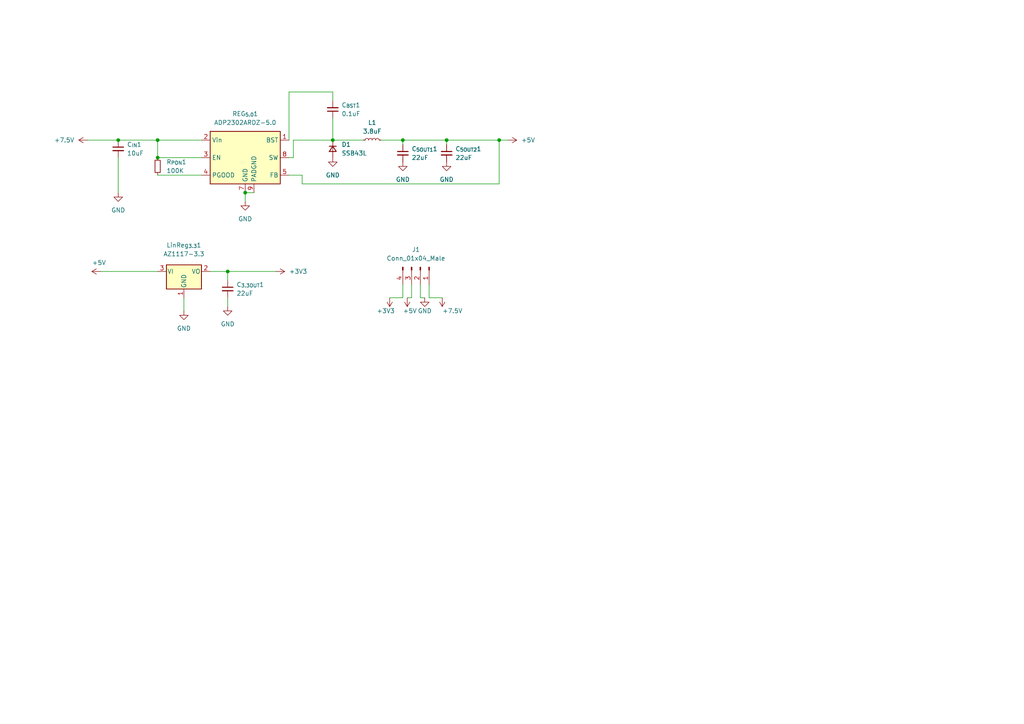
<source format=kicad_sch>
(kicad_sch (version 20211123) (generator eeschema)
  (paper "A4")
  (lib_symbols
    (symbol "Connector:Conn_01x04_Male" (pin_names (offset 1.016) hide)
      (property "Reference" "J" (at 0 5.08 0))
      (property "Value" "Conn_01x04_Male" (at 0 -7.62 0))
      (symbol "Conn_01x04_Male_1_1"
        (polyline (pts (xy 1.27 -5.08) (xy 0.8636 -5.08)) (stroke (width 0.1524)))
        (polyline (pts (xy 1.27 -2.54) (xy 0.8636 -2.54)) (stroke (width 0.1524)))
        (polyline (pts (xy 1.27 0) (xy 0.8636 0)) (stroke (width 0.1524)))
        (polyline (pts (xy 1.27 2.54) (xy 0.8636 2.54)) (stroke (width 0.1524)))
        (rectangle (start 0.8636 -4.953) (end 0 -5.207) (stroke (width 0.1524)) (fill (type outline)))
        (rectangle (start 0.8636 -2.413) (end 0 -2.667) (stroke (width 0.1524)) (fill (type outline)))
        (rectangle (start 0.8636 0.127) (end 0 -0.127) (stroke (width 0.1524)) (fill (type outline)))
        (rectangle (start 0.8636 2.667) (end 0 2.413) (stroke (width 0.1524)) (fill (type outline)))
        (pin passive line (at 5.08 2.54 180) (length 3.81) (name "Pin_1") (number "1"))
        (pin passive line (at 5.08 0 180) (length 3.81) (name "Pin_2") (number "2"))
        (pin passive line (at 5.08 -2.54 180) (length 3.81) (name "Pin_3") (number "3"))
        (pin passive line (at 5.08 -5.08 180) (length 3.81) (name "Pin_4") (number "4"))
      )
    )
    (symbol "Device:C_Small" (pin_numbers hide) (pin_names (offset 0.254) hide)
      (property "Reference" "C" (at 0.254 1.778 0))
      (property "Value" "C_Small" (at 0.254 -2.032 0))
      (symbol "C_Small_0_1"
        (polyline (pts (xy -1.524 -0.508) (xy 1.524 -0.508)) (stroke (width 0.3302)))
        (polyline (pts (xy -1.524 0.508) (xy 1.524 0.508)) (stroke (width 0.3048)))
      )
      (symbol "C_Small_1_1"
        (pin passive line (at 0 2.54 270) (length 2.032) (name "~") (number "1"))
        (pin passive line (at 0 -2.54 90) (length 2.032) (name "~") (number "2"))
      )
    )
    (symbol "Device:D_Small" (pin_numbers hide) (pin_names (offset 0.254) hide)
      (property "Reference" "D" (at -1.27 2.032 0))
      (property "Value" "D_Small" (at -3.81 -2.032 0))
      (symbol "D_Small_0_1"
        (polyline (pts (xy -0.762 -1.016) (xy -0.762 1.016)) (stroke (width 0.254)))
        (polyline (pts (xy -0.762 0) (xy 0.762 0)))
        (polyline (pts (xy 0.762 -1.016) (xy -0.762 0) (xy 0.762 1.016) (xy 0.762 -1.016)) (stroke (width 0.254)))
      )
      (symbol "D_Small_1_1"
        (pin passive line (at -2.54 0 0) (length 1.778) (name "K") (number "1"))
        (pin passive line (at 2.54 0 180) (length 1.778) (name "A") (number "2"))
      )
    )
    (symbol "Device:L_Small" (pin_numbers hide) (pin_names (offset 0.254) hide)
      (property "Reference" "L" (at 0.762 1.016 0))
      (property "Value" "L_Small" (at 0.762 -1.016 0))
      (symbol "L_Small_0_1"
        (arc (start 0 -2.032) (mid 0.508 -1.524) (end 0 -1.016))
        (arc (start 0 -1.016) (mid 0.508 -0.508) (end 0 0))
        (arc (start 0 0) (mid 0.508 0.508) (end 0 1.016))
        (arc (start 0 1.016) (mid 0.508 1.524) (end 0 2.032))
      )
      (symbol "L_Small_1_1"
        (pin passive line (at 0 2.54 270) (length 0.508) (name "~") (number "1"))
        (pin passive line (at 0 -2.54 90) (length 0.508) (name "~") (number "2"))
      )
    )
    (symbol "Device:R_Small" (pin_numbers hide) (pin_names (offset 0.254) hide)
      (property "Reference" "R" (at 0.762 0.508 0))
      (property "Value" "R_Small" (at 0.762 -1.016 0))
      (symbol "R_Small_0_1"
        (rectangle (start -0.762 1.778) (end 0.762 -1.778) (stroke (width 0.2032)))
      )
      (symbol "R_Small_1_1"
        (pin passive line (at 0 2.54 270) (length 0.762) (name "~") (number "1"))
        (pin passive line (at 0 -2.54 90) (length 0.762) (name "~") (number "2"))
      )
    )
    (symbol "Regulator_Linear:AZ1117-3.3" (pin_names (offset 0.254))
      (property "Reference" "U" (at -3.81 3.175 0))
      (property "Value" "AZ1117-3.3" (at 0 3.175 0))
      (symbol "AZ1117-3.3_0_1"
        (rectangle (start -5.08 1.905) (end 5.08 -5.08) (stroke (width 0.254)) (fill (type background)))
      )
      (symbol "AZ1117-3.3_1_1"
        (pin power_in line (at 0 -7.62 90) (length 2.54) (name "GND") (number "1"))
        (pin power_out line (at 7.62 0 180) (length 2.54) (name "VO") (number "2"))
        (pin power_in line (at -7.62 0 0) (length 2.54) (name "VI") (number "3"))
      )
    )
    (symbol "Regulator_Switching:ADP2302ARDZ-5.0"
      (property "Reference" "U" (at -10.16 8.89 0))
      (property "Value" "ADP2302ARDZ-5.0" (at -3.81 8.89 0))
      (symbol "ADP2302ARDZ-5.0_0_1"
        (rectangle (start -10.16 7.62) (end 10.16 -7.62) (stroke (width 0.254)) (fill (type background)))
      )
      (symbol "ADP2302ARDZ-5.0_1_1"
        (pin input line (at 12.7 5.08 180) (length 2.54) (name "BST") (number "1"))
        (pin power_in line (at -12.7 5.08 0) (length 2.54) (name "Vin") (number "2"))
        (pin input line (at -12.7 0 0) (length 2.54) (name "EN") (number "3"))
        (pin output line (at -12.7 -5.08 0) (length 2.54) (name "PGOOD") (number "4"))
        (pin input line (at 12.7 -5.08 180) (length 2.54) (name "FB") (number "5"))
        (pin no_connect line (at -10.16 2.54 0) (length 2.54) hide (name "NC") (number "6"))
        (pin power_in line (at 0 -10.16 90) (length 2.54) (name "GND") (number "7"))
        (pin power_out line (at 12.7 0 180) (length 2.54) (name "SW") (number "8"))
        (pin power_in line (at 2.54 -10.16 90) (length 2.54) (name "PADGND") (number "9"))
      )
    )
    (symbol "power:+3.3V" (power) (pin_names (offset 0))
      (property "Value" "+3.3V" (at 0 3.556 0))
      (symbol "+3.3V_0_1"
        (polyline (pts (xy -0.762 1.27) (xy 0 2.54)))
        (polyline (pts (xy 0 0) (xy 0 2.54)))
        (polyline (pts (xy 0 2.54) (xy 0.762 1.27)))
      )
      (symbol "+3.3V_1_1"
        (pin power_in line (at 0 0 90) (length 0) hide (name "+3V3") (number "1"))
      )
    )
    (symbol "power:+5V" (power) (pin_names (offset 0))
      (property "Value" "+5V" (at 0 3.556 0))
      (symbol "+5V_0_1"
        (polyline (pts (xy -0.762 1.27) (xy 0 2.54)))
        (polyline (pts (xy 0 0) (xy 0 2.54)))
        (polyline (pts (xy 0 2.54) (xy 0.762 1.27)))
      )
      (symbol "+5V_1_1"
        (pin power_in line (at 0 0 90) (length 0) hide (name "+5V") (number "1"))
      )
    )
    (symbol "power:+7.5V" (power) (pin_names (offset 0))
      (property "Value" "+7.5V" (at 0 3.556 0))
      (symbol "+7.5V_0_1"
        (polyline (pts (xy -0.762 1.27) (xy 0 2.54)))
        (polyline (pts (xy 0 0) (xy 0 2.54)))
        (polyline (pts (xy 0 2.54) (xy 0.762 1.27)))
      )
      (symbol "+7.5V_1_1"
        (pin power_in line (at 0 0 90) (length 0) hide (name "+7.5V") (number "1"))
      )
    )
    (symbol "power:GND" (power) (pin_names (offset 0))
      (property "Value" "GND" (at 0 -3.81 0))
      (symbol "GND_0_1"
        (polyline (pts (xy 0 0) (xy 0 -1.27) (xy 1.27 -1.27) (xy 0 -2.54) (xy -1.27 -1.27) (xy 0 -1.27)))
      )
      (symbol "GND_1_1"
        (pin power_in line (at 0 0 270) (length 0) hide (name "GND") (number "1"))
      )
    )
  )
  (junction (at 45.72 40.64))
  (junction (at 34.29 40.64))
  (junction (at 66.04 78.74))
  (junction (at 116.84 40.64))
  (junction (at 45.72 45.72))
  (junction (at 129.54 40.64))
  (junction (at 144.78 40.64))
  (junction (at 71.12 55.88))
  (junction (at 96.52 40.64))
  (wire (pts (xy 118.11 86.36) (xy 119.38 86.36)))
  (wire (pts (xy 124.46 82.55) (xy 124.46 86.36)))
  (wire (pts (xy 66.04 86.36) (xy 66.04 88.9)))
  (wire (pts (xy 53.34 86.36) (xy 53.34 90.17)))
  (wire (pts (xy 110.49 40.64) (xy 116.84 40.64)))
  (wire (pts (xy 25.4 40.64) (xy 34.29 40.64)))
  (wire (pts (xy 71.12 55.88) (xy 71.12 58.42)))
  (wire (pts (xy 116.84 40.64) (xy 116.84 41.91)))
  (wire (pts (xy 96.52 26.67) (xy 96.52 29.21)))
  (wire (pts (xy 34.29 40.64) (xy 45.72 40.64)))
  (wire (pts (xy 119.38 82.55) (xy 119.38 86.36)))
  (wire (pts (xy 144.78 40.64) (xy 144.78 53.34)))
  (wire (pts (xy 71.12 55.88) (xy 73.66 55.88)))
  (wire (pts (xy 121.92 82.55) (xy 121.92 86.36)))
  (wire (pts (xy 121.92 86.36) (xy 123.19 86.36)))
  (wire (pts (xy 96.52 34.29) (xy 96.52 40.64)))
  (wire (pts (xy 116.84 40.64) (xy 129.54 40.64)))
  (wire (pts (xy 83.82 26.67) (xy 96.52 26.67)))
  (wire (pts (xy 116.84 86.36) (xy 113.03 86.36)))
  (wire (pts (xy 87.63 53.34) (xy 144.78 53.34)))
  (wire (pts (xy 85.09 40.64) (xy 96.52 40.64)))
  (wire (pts (xy 124.46 86.36) (xy 128.27 86.36)))
  (wire (pts (xy 144.78 40.64) (xy 147.32 40.64)))
  (wire (pts (xy 34.29 45.72) (xy 34.29 55.88)))
  (wire (pts (xy 45.72 50.8) (xy 58.42 50.8)))
  (wire (pts (xy 29.21 78.74) (xy 45.72 78.74)))
  (wire (pts (xy 83.82 40.64) (xy 83.82 26.67)))
  (wire (pts (xy 116.84 82.55) (xy 116.84 86.36)))
  (wire (pts (xy 60.96 78.74) (xy 66.04 78.74)))
  (wire (pts (xy 129.54 40.64) (xy 129.54 41.91)))
  (wire (pts (xy 45.72 40.64) (xy 58.42 40.64)))
  (wire (pts (xy 45.72 45.72) (xy 45.72 40.64)))
  (wire (pts (xy 45.72 45.72) (xy 58.42 45.72)))
  (wire (pts (xy 83.82 50.8) (xy 87.63 50.8)))
  (wire (pts (xy 83.82 45.72) (xy 85.09 45.72)))
  (wire (pts (xy 85.09 40.64) (xy 85.09 45.72)))
  (wire (pts (xy 96.52 40.64) (xy 105.41 40.64)))
  (wire (pts (xy 66.04 78.74) (xy 66.04 81.28)))
  (wire (pts (xy 87.63 50.8) (xy 87.63 53.34)))
  (wire (pts (xy 66.04 78.74) (xy 80.01 78.74)))
  (wire (pts (xy 129.54 40.64) (xy 144.78 40.64)))
  (symbol (lib_id "power:+5V") (at 147.32 40.64 270) (unit 1)
    (property "Reference" "#PWR0113" (effects hide))
    (property "Value" "+5V" (at 151.13 40.6399 90) (effects (justify left)))
  )
  (symbol (lib_id "Device:L_Small") (at 107.95 40.64 90) (unit 1)
    (property "Reference" "L1" (at 107.95 35.56 90))
    (property "Value" "3.8uF" (at 107.95 38.1 90))
    (property "Footprint" "Custom footprints:CDRH104R inductor" (effects hide))
  )
  (symbol (lib_id "power:GND") (at 96.52 45.72 0) (unit 1)
    (property "Reference" "#PWR0108" (effects hide))
    (property "Value" "GND" (at 96.52 50.8 0))
  )
  (symbol (lib_id "Device:D_Small") (at 96.52 43.18 270) (unit 1)
    (property "Reference" "D1" (at 99.06 41.9099 90) (effects (justify left)))
    (property "Value" "SSB43L" (at 99.06 44.4499 90) (effects (justify left)))
    (property "Footprint" "Custom footprints:SSB43L hand solder" (effects hide))
  )
  (symbol (lib_id "Regulator_Linear:AZ1117-3.3") (at 53.34 78.74 0) (unit 1)
    (property "Reference" "LinReg_{3.3}1" (at 53.34 71.12 0))
    (property "Value" "AZ1117-3.3" (at 53.34 73.66 0))
    (property "Footprint" "Package_TO_SOT_SMD:TO-252-2" (effects hide))
    (property "Datasheet" "https://www.diodes.com/assets/Datasheets/AZ1117.pdf" (effects hide))
  )
  (symbol (lib_id "power:+7.5V") (at 128.27 86.36 180) (unit 1)
    (property "Reference" "#PWR0112" (effects hide))
    (property "Value" "+7.5V" (at 128.27 90.17 0) (effects (justify right)))
  )
  (symbol (lib_id "Regulator_Switching:ADP2302ARDZ-5.0") (at 71.12 45.72 0) (unit 1)
    (property "Reference" "REG_{5.0}1" (at 71.12 33.02 0))
    (property "Value" "ADP2302ARDZ-5.0" (at 71.12 35.56 0))
    (property "Footprint" "Package_SO:SOIC-8-1EP_3.9x4.9mm_P1.27mm_EP2.29x3mm" (effects hide))
    (property "Datasheet" "https://www.analog.com/media/en/technical-documentation/data-sheets/ADP2302_2303.pdf" (effects hide))
  )
  (symbol (lib_id "power:GND") (at 71.12 58.42 0) (unit 1)
    (property "Reference" "#PWR0105" (effects hide))
    (property "Value" "GND" (at 71.12 63.5 0))
  )
  (symbol (lib_id "power:GND") (at 123.19 86.36 0) (unit 1)
    (property "Reference" "#PWR0109" (effects hide))
    (property "Value" "GND" (at 123.19 90.17 0))
  )
  (symbol (lib_id "power:GND") (at 66.04 88.9 0) (unit 1)
    (property "Reference" "#PWR0102" (effects hide))
    (property "Value" "GND" (at 66.04 93.98 0))
  )
  (symbol (lib_id "Device:R_Small") (at 45.72 48.26 180) (unit 1)
    (property "Reference" "R_{PON}1" (at 48.26 46.9899 0) (effects (justify right)))
    (property "Value" "100K" (at 48.26 49.5299 0) (effects (justify right)))
    (property "Footprint" "Resistor_SMD:R_0603_1608Metric_Pad0.98x0.95mm_HandSolder" (effects hide))
  )
  (symbol (lib_id "Device:C_Small") (at 34.29 43.18 0) (unit 1)
    (property "Reference" "C_{IN}1" (at 36.83 41.9162 0) (effects (justify left)))
    (property "Value" "10uF" (at 36.83 44.4562 0) (effects (justify left)))
    (property "Footprint" "Capacitor_SMD:C_0603_1608Metric_Pad1.08x0.95mm_HandSolder" (effects hide))
  )
  (symbol (lib_id "power:+7.5V") (at 25.4 40.64 90) (unit 1)
    (property "Reference" "#PWR0107" (effects hide))
    (property "Value" "+7.5V" (at 21.59 40.6399 90) (effects (justify left)))
  )
  (symbol (lib_id "Device:C_Small") (at 66.04 83.82 0) (unit 1)
    (property "Reference" "C_{3.3OUT}1" (at 68.58 82.5562 0) (effects (justify left)))
    (property "Value" "22uF" (at 68.58 85.0962 0) (effects (justify left)))
    (property "Footprint" "Capacitor_SMD:C_0603_1608Metric_Pad1.08x0.95mm_HandSolder" (effects hide))
  )
  (symbol (lib_id "power:+3.3V") (at 80.01 78.74 270) (unit 1)
    (property "Reference" "#PWR0106" (effects hide))
    (property "Value" "+3.3V" (at 83.82 78.7399 90) (effects (justify left)))
  )
  (symbol (lib_id "Device:C_Small") (at 116.84 44.45 0) (unit 1)
    (property "Reference" "C_{5OUT1}1" (at 119.38 43.1862 0) (effects (justify left)))
    (property "Value" "22uF" (at 119.38 45.7262 0) (effects (justify left)))
    (property "Footprint" "Capacitor_SMD:C_0603_1608Metric_Pad1.08x0.95mm_HandSolder" (effects hide))
  )
  (symbol (lib_id "power:GND") (at 53.34 90.17 0) (unit 1)
    (property "Reference" "#PWR0101" (effects hide))
    (property "Value" "GND" (at 53.34 95.25 0))
  )
  (symbol (lib_id "Connector:Conn_01x04_Male") (at 121.92 77.47 270) (unit 1)
    (property "Reference" "J1" (at 120.65 72.39 90))
    (property "Value" "Conn_01x04_Male" (at 120.65 74.93 90))
    (property "Footprint" "Connector_PinHeader_2.54mm:PinHeader_1x04_P2.54mm_Vertical" (effects hide))
  )
  (symbol (lib_id "power:+3.3V") (at 113.03 86.36 180) (unit 1)
    (property "Reference" "#PWR0110" (effects hide))
    (property "Value" "+3.3V" (at 109.22 90.17 0) (effects (justify right)))
  )
  (symbol (lib_id "Device:C_Small") (at 96.52 31.75 180) (unit 1)
    (property "Reference" "C_{BST}1" (at 99.06 30.4735 0) (effects (justify right)))
    (property "Value" "0.1uF" (at 99.06 33.0135 0) (effects (justify right)))
    (property "Footprint" "Capacitor_SMD:C_0603_1608Metric_Pad1.08x0.95mm_HandSolder" (effects hide))
  )
  (symbol (lib_id "Device:C_Small") (at 129.54 44.45 0) (unit 1)
    (property "Reference" "C_{5OUT2}1" (at 132.08 43.1862 0) (effects (justify left)))
    (property "Value" "22uF" (at 132.08 45.7262 0) (effects (justify left)))
    (property "Footprint" "Capacitor_SMD:C_0603_1608Metric_Pad1.08x0.95mm_HandSolder" (effects hide))
  )
  (symbol (lib_id "power:GND") (at 129.54 46.99 0) (unit 1)
    (property "Reference" "#PWR0114" (effects hide))
    (property "Value" "GND" (at 129.54 52.07 0))
  )
  (symbol (lib_id "power:GND") (at 34.29 55.88 0) (unit 1)
    (property "Reference" "#PWR0103" (effects hide))
    (property "Value" "GND" (at 34.29 60.96 0))
  )
  (symbol (lib_id "power:+5V") (at 118.11 86.36 180) (unit 1)
    (property "Reference" "#PWR0111" (effects hide))
    (property "Value" "+5V" (at 116.84 90.17 0) (effects (justify right)))
  )
  (symbol (lib_id "power:+5V") (at 29.21 78.74 90) (unit 1)
    (property "Reference" "#PWR0104" (effects hide))
    (property "Value" "+5V" (at 26.67 76.2 90) (effects (justify right)))
  )
  (symbol (lib_id "power:GND") (at 116.84 46.99 0) (unit 1)
    (property "Reference" "#PWR0115" (effects hide))
    (property "Value" "GND" (at 116.84 52.07 0))
  )
)
</source>
